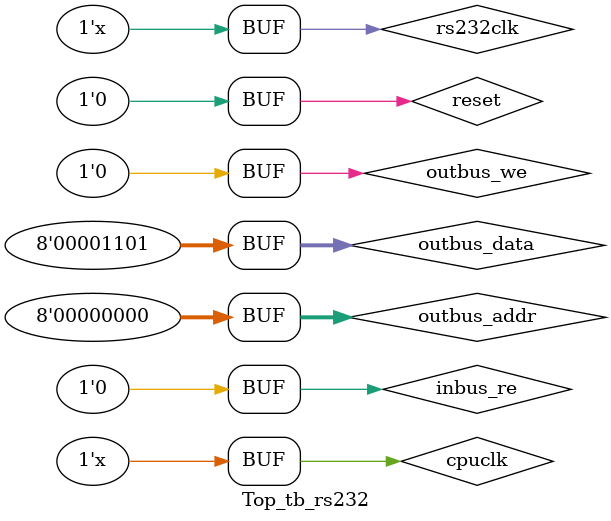
<source format=v>
`timescale 1ns / 1ps
module Top_tb_rs232;

   reg reset;
   initial begin
      rs232clk = 0;
      reset = 1;
      #40 reset = 0;
   end

   reg rs232clk;
   always begin
      #10 rs232clk = ~rs232clk;
   end;

   reg cpuclk;
   initial begin
      cpuclk = 1;
   end
   always begin
      #5 cpuclk = ~cpuclk;
   end

   wire rs232clk_tx_en;
   wire rs232clk_rx_en;

   clk_div_lots
     #( .counterbits(5),  .wholeway(16) )
   clk_div_tx
     ( .clk(rs232clk),
       .reset(reset),
       .clk_out(rs232clk_tx_en) );

   clk_div_lots
     #( .counterbits(3), .wholeway(2) )
   clk_div_rx
     ( .clk(rs232clk),
       .reset(reset),
       .clk_out(rs232clk_rx_en) );

   wire rs232data;
   reg [7:0]  outbus_addr;
   reg [7:0]  outbus_data;
   reg        outbus_we;
   reg [7:0]  inbus_addr;
   wire [7:0] inbus_data;
   reg        inbus_re;

   rs232port
     #( .DEVADDR(0) )
   rs232_port_1 
     ( .reset(reset),
       .reset_complete(),
       .rs232_clk(rs232clk),
       .rs232_rx_clk_en(rs232clk_rx_en),
       .rs232_tx_clk_en(rs232clk_tx_en),
       .rx_pin(rs232data),
       .tx_pin(rs232data),
       .cpu_clk(cpuclk),
       .outbus_addr(outbus_addr),
       .outbus_data(outbus_data),
       .outbus_we(outbus_we),
       .inbus_addr(inbus_addr),
       .inbus_data(inbus_data),
       .inbus_re(inbus_re) );

   initial begin
      outbus_addr = 0;
      outbus_data = 0;
      outbus_we = 0;
      inbus_addr = 0;
      inbus_re = 0;

      #200 outbus_addr = 0; // write data port
      outbus_data = 8'h53;
      outbus_we = 1;
      #10 outbus_we = 0;

      #40 outbus_addr = 0; // write data port
      outbus_data = 8'h0d;
      outbus_we = 1;
      #10 outbus_we = 0;
   end

   always begin
      #10 inbus_addr = 1;
      inbus_re = 1;
      #10 inbus_re = 0;
      #10 inbus_addr = 3;
      inbus_re = 1;
      #10 if (inbus_data & 1) begin
         inbus_re = 0;
         #10 inbus_addr = 2;
         inbus_re = 1;
         #10 inbus_re = 0;
      end else begin
         inbus_re = 0;
      end
   end

endmodule

</source>
